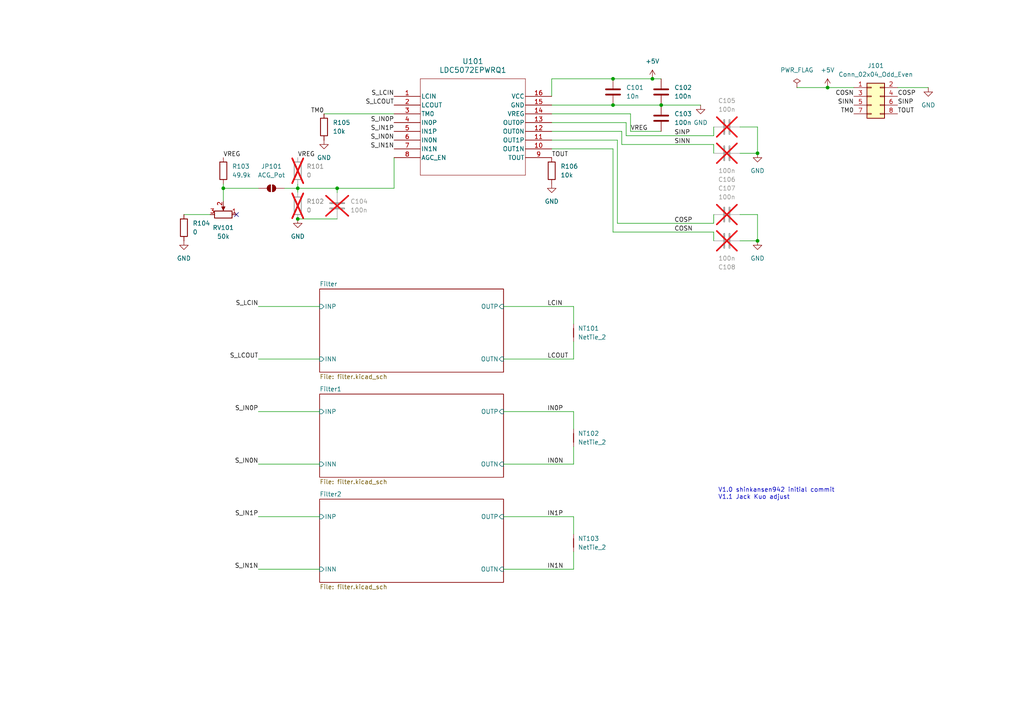
<source format=kicad_sch>
(kicad_sch (version 20250114) (generator "eeschema") (generator_version "9.0")
  (paper "A4")
  (title_block (title "MOT_EncoderStator") (date "2025-08-01") (rev "1.1") (company "NTURacing") (comment 1 "shinkansen942") (comment 2 "Jack Kuo"))
  (lib_symbols
    (symbol "Connector_Generic:Conn_02x04_Odd_Even" (pin_names (offset 1.016) (hide yes))
      (property "Reference" "J" (at 1.27 5.08 0))
      (property "Value" "Conn_02x04_Odd_Even" (at 1.27 -7.62 0))
      (symbol "Conn_02x04_Odd_Even_1_1"
        (rectangle (start -1.27 3.81) (end 3.81 -6.35) (stroke (width 0.254)) (fill (type background)))
        (rectangle (start -1.27 2.667) (end 0 2.413) (stroke (width 0.1524)))
        (rectangle (start -1.27 0.127) (end 0 -0.127) (stroke (width 0.1524)))
        (rectangle (start -1.27 -2.413) (end 0 -2.667) (stroke (width 0.1524)))
        (rectangle (start -1.27 -4.953) (end 0 -5.207) (stroke (width 0.1524)))
        (rectangle (start 3.81 2.667) (end 2.54 2.413) (stroke (width 0.1524)))
        (rectangle (start 3.81 0.127) (end 2.54 -0.127) (stroke (width 0.1524)))
        (rectangle (start 3.81 -2.413) (end 2.54 -2.667) (stroke (width 0.1524)))
        (rectangle (start 3.81 -4.953) (end 2.54 -5.207) (stroke (width 0.1524)))
        (pin passive line (at -5.08 2.54 0) (length 3.81) (name "Pin_1") (number "1"))
        (pin passive line (at -5.08 0 0) (length 3.81) (name "Pin_3") (number "3"))
        (pin passive line (at -5.08 -2.54 0) (length 3.81) (name "Pin_5") (number "5"))
        (pin passive line (at -5.08 -5.08 0) (length 3.81) (name "Pin_7") (number "7"))
        (pin passive line (at 7.62 2.54 180) (length 3.81) (name "Pin_2") (number "2"))
        (pin passive line (at 7.62 0 180) (length 3.81) (name "Pin_4") (number "4"))
        (pin passive line (at 7.62 -2.54 180) (length 3.81) (name "Pin_6") (number "6"))
        (pin passive line (at 7.62 -5.08 180) (length 3.81) (name "Pin_8") (number "8"))
      )
    )
    (symbol "Device:C" (pin_numbers (hide yes)) (pin_names (offset 0.254))
      (property "Reference" "C" (at 0.635 2.54 0))
      (property "Value" "C" (at 0.635 -2.54 0))
      (symbol "C_0_1"
        (polyline (pts (xy -2.032 0.762) (xy 2.032 0.762)) (stroke (width 0.508)))
        (polyline (pts (xy -2.032 -0.762) (xy 2.032 -0.762)) (stroke (width 0.508)))
      )
      (symbol "C_1_1"
        (pin passive line (at 0 3.81 270) (length 2.794) (name "~") (number "1"))
        (pin passive line (at 0 -3.81 90) (length 2.794) (name "~") (number "2"))
      )
    )
    (symbol "Device:NetTie_2" (pin_numbers (hide yes)) (pin_names (offset 0) (hide yes)) (in_bom no)
      (property "Reference" "NT" (at 0 1.27 0))
      (property "Value" "NetTie_2" (at 0 -1.27 0))
      (symbol "NetTie_2_0_1"
        (polyline (pts (xy -1.27 0) (xy 1.27 0)) (stroke (width 0.254)))
      )
      (symbol "NetTie_2_1_1"
        (pin passive line (at -2.54 0 0) (length 2.54) (name "1") (number "1"))
        (pin passive line (at 2.54 0 180) (length 2.54) (name "2") (number "2"))
      )
    )
    (symbol "Device:R" (pin_numbers (hide yes)) (pin_names (offset 0))
      (property "Reference" "R" (at 2.032 0 90))
      (property "Value" "R" (at 0 0 90))
      (symbol "R_0_1"
        (rectangle (start -1.016 -2.54) (end 1.016 2.54) (stroke (width 0.254)))
      )
      (symbol "R_1_1"
        (pin passive line (at 0 3.81 270) (length 1.27) (name "~") (number "1"))
        (pin passive line (at 0 -3.81 90) (length 1.27) (name "~") (number "2"))
      )
    )
    (symbol "Device:R_Potentiometer" (pin_names (offset 1.016) (hide yes))
      (property "Reference" "RV" (at -4.445 0 90))
      (property "Value" "R_Potentiometer" (at -2.54 0 90))
      (symbol "R_Potentiometer_0_1"
        (rectangle (start 1.016 2.54) (end -1.016 -2.54) (stroke (width 0.254)))
        (polyline (pts (xy 1.143 0) (xy 2.286 0.508) (xy 2.286 -0.508) (xy 1.143 0)) (fill (type outline)))
        (polyline (pts (xy 2.54 0) (xy 1.524 0)))
      )
      (symbol "R_Potentiometer_1_1"
        (pin passive line (at 0 3.81 270) (length 1.27) (name "1") (number "1"))
        (pin passive line (at 0 -3.81 90) (length 1.27) (name "3") (number "3"))
        (pin passive line (at 3.81 0 180) (length 1.27) (name "2") (number "2"))
      )
    )
    (symbol "Jumper:SolderJumper_2_Open" (pin_numbers (hide yes)) (pin_names (offset 0) (hide yes)) (in_bom no)
      (property "Reference" "JP" (at 0 2.032 0))
      (property "Value" "SolderJumper_2_Open" (at 0 -2.54 0))
      (symbol "SolderJumper_2_Open_0_1"
        (polyline (pts (xy -0.254 1.016) (xy -0.254 -1.016)))
        (arc (start -0.254 -1.016) (mid -1.2656 0) (end -0.254 1.016))
        (arc (start -0.254 -1.016) (mid -1.2656 0) (end -0.254 1.016) (fill (type outline)))
        (arc (start 0.254 1.016) (mid 1.2656 0) (end 0.254 -1.016))
        (arc (start 0.254 1.016) (mid 1.2656 0) (end 0.254 -1.016) (fill (type outline)))
        (polyline (pts (xy 0.254 1.016) (xy 0.254 -1.016)))
      )
      (symbol "SolderJumper_2_Open_1_1"
        (pin passive line (at -3.81 0 0) (length 2.54) (name "A") (number "1"))
        (pin passive line (at 3.81 0 180) (length 2.54) (name "B") (number "2"))
      )
    )
    (symbol "Snapeda:LDC5072EPWRQ1" (pin_names (offset 0.254))
      (property "Reference" "U" (at 22.86 10.16 0))
      (property "Value" "LDC5072EPWRQ1" (at 22.86 7.62 0))
      (symbol "LDC5072EPWRQ1_0_1"
        (polyline (pts (xy 7.62 5.08) (xy 7.62 -22.86)) (stroke (width 0.127)))
        (polyline (pts (xy 7.62 -22.86) (xy 38.1 -22.86)) (stroke (width 0.127)))
        (polyline (pts (xy 38.1 5.08) (xy 7.62 5.08)) (stroke (width 0.127)))
        (polyline (pts (xy 38.1 -22.86) (xy 38.1 5.08)) (stroke (width 0.127)))
        (pin bidirectional line (at 0 0 0) (length 7.62) (name "LCIN") (number "1"))
        (pin bidirectional line (at 0 -2.54 0) (length 7.62) (name "LCOUT") (number "2"))
        (pin bidirectional line (at 0 -5.08 0) (length 7.62) (name "TM0") (number "3"))
        (pin input line (at 0 -7.62 0) (length 7.62) (name "IN0P") (number "4"))
        (pin input line (at 0 -10.16 0) (length 7.62) (name "IN1P") (number "5"))
        (pin input line (at 0 -12.7 0) (length 7.62) (name "IN0N") (number "6"))
        (pin input line (at 0 -15.24 0) (length 7.62) (name "IN1N") (number "7"))
        (pin input line (at 0 -17.78 0) (length 7.62) (name "AGC_EN") (number "8"))
        (pin power_in line (at 45.72 0 180) (length 7.62) (name "VCC") (number "16"))
        (pin power_out line (at 45.72 -2.54 180) (length 7.62) (name "GND") (number "15"))
        (pin bidirectional line (at 45.72 -5.08 180) (length 7.62) (name "VREG") (number "14"))
        (pin output line (at 45.72 -7.62 180) (length 7.62) (name "OUT0P") (number "13"))
        (pin output line (at 45.72 -10.16 180) (length 7.62) (name "OUT0N") (number "12"))
        (pin output line (at 45.72 -12.7 180) (length 7.62) (name "OUT1P") (number "11"))
        (pin output line (at 45.72 -15.24 180) (length 7.62) (name "OUT1N") (number "10"))
        (pin bidirectional line (at 45.72 -17.78 180) (length 7.62) (name "TOUT") (number "9"))
      )
    )
    (symbol "power:+5V" (power) (pin_numbers (hide yes)) (pin_names (offset 0) (hide yes))
      (property "Value" "+5V" (at 0 3.556 0))
      (symbol "+5V_0_1"
        (polyline (pts (xy -0.762 1.27) (xy 0 2.54)))
        (polyline (pts (xy 0 2.54) (xy 0.762 1.27)))
        (polyline (pts (xy 0 0) (xy 0 2.54)))
      )
      (symbol "+5V_1_1"
        (pin power_in line (at 0 0 90) (length 0) (name "~") (number "1"))
      )
    )
    (symbol "power:GND" (power) (pin_numbers (hide yes)) (pin_names (offset 0) (hide yes))
      (property "Value" "GND" (at 0 -3.81 0))
      (symbol "GND_0_1"
        (polyline (pts (xy 0 0) (xy 0 -1.27) (xy 1.27 -1.27) (xy 0 -2.54) (xy -1.27 -1.27) (xy 0 -1.27)))
      )
      (symbol "GND_1_1"
        (pin power_in line (at 0 0 270) (length 0) (name "~") (number "1"))
      )
    )
    (symbol "power:PWR_FLAG" (power) (pin_numbers (hide yes)) (pin_names (offset 0) (hide yes))
      (property "Value" "PWR_FLAG" (at 0 3.81 0))
      (symbol "PWR_FLAG_0_0"
        (pin power_out line (at 0 0 90) (length 0) (name "~") (number "1"))
      )
      (symbol "PWR_FLAG_0_1"
        (polyline (pts (xy 0 0) (xy 0 1.27) (xy -1.016 1.905) (xy 0 2.54) (xy 1.016 1.905) (xy 0 1.27)))
      )
    )
  )
  (text "V1.0 shinkansen942 initial commit\nV1.1 Jack Kuo adjust" (at 208.28 141.478 0) (effects (font (size 1.27 1.27)) (justify left top)))
  (junction (at 177.8 30.48))
  (junction (at 97.79 54.61))
  (junction (at 64.77 54.61))
  (junction (at 177.8 22.86))
  (junction (at 240.03 25.4))
  (junction (at 189.23 22.86))
  (junction (at 86.36 54.61))
  (junction (at 219.71 69.85))
  (junction (at 219.71 44.45))
  (junction (at 191.77 30.48))
  (junction (at 86.36 63.5))
  (no_connect (at 68.58 62.23))
  (wire (pts (xy 214.63 62.23) (xy 219.71 62.23)))
  (wire (pts (xy 160.02 35.56) (xy 181.61 35.56)))
  (wire (pts (xy 179.07 40.64) (xy 179.07 64.77)))
  (wire (pts (xy 219.71 62.23) (xy 219.71 69.85)))
  (wire (pts (xy 166.37 93.98) (xy 166.37 88.9)))
  (wire (pts (xy 160.02 38.1) (xy 180.34 38.1)))
  (wire (pts (xy 64.77 54.61) (xy 64.77 58.42)))
  (wire (pts (xy 177.8 30.48) (xy 191.77 30.48)))
  (wire (pts (xy 146.05 88.9) (xy 166.37 88.9)))
  (wire (pts (xy 74.93 104.14) (xy 92.71 104.14)))
  (wire (pts (xy 74.93 88.9) (xy 92.71 88.9)))
  (wire (pts (xy 182.88 38.1) (xy 191.77 38.1)))
  (wire (pts (xy 160.02 30.48) (xy 177.8 30.48)))
  (wire (pts (xy 74.93 119.38) (xy 92.71 119.38)))
  (wire (pts (xy 86.36 54.61) (xy 86.36 55.88)))
  (wire (pts (xy 181.61 39.37) (xy 207.01 39.37)))
  (wire (pts (xy 53.34 62.23) (xy 60.96 62.23)))
  (wire (pts (xy 166.37 124.46) (xy 166.37 119.38)))
  (wire (pts (xy 214.63 36.83) (xy 219.71 36.83)))
  (wire (pts (xy 74.93 165.1) (xy 92.71 165.1)))
  (wire (pts (xy 166.37 99.06) (xy 166.37 104.14)))
  (wire (pts (xy 146.05 119.38) (xy 166.37 119.38)))
  (wire (pts (xy 231.14 25.4) (xy 240.03 25.4)))
  (wire (pts (xy 214.63 69.85) (xy 219.71 69.85)))
  (wire (pts (xy 166.37 160.02) (xy 166.37 165.1)))
  (wire (pts (xy 207.01 62.23) (xy 207.01 64.77)))
  (wire (pts (xy 166.37 154.94) (xy 166.37 149.86)))
  (wire (pts (xy 166.37 129.54) (xy 166.37 134.62)))
  (wire (pts (xy 180.34 38.1) (xy 180.34 41.91)))
  (wire (pts (xy 177.8 67.31) (xy 207.01 67.31)))
  (wire (pts (xy 177.8 22.86) (xy 189.23 22.86)))
  (wire (pts (xy 207.01 67.31) (xy 207.01 69.85)))
  (wire (pts (xy 191.77 30.48) (xy 203.2 30.48)))
  (wire (pts (xy 160.02 27.94) (xy 160.02 22.86)))
  (wire (pts (xy 146.05 149.86) (xy 166.37 149.86)))
  (wire (pts (xy 181.61 35.56) (xy 181.61 39.37)))
  (wire (pts (xy 160.02 43.18) (xy 177.8 43.18)))
  (wire (pts (xy 240.03 25.4) (xy 247.65 25.4)))
  (wire (pts (xy 97.79 54.61) (xy 97.79 55.88)))
  (wire (pts (xy 179.07 64.77) (xy 207.01 64.77)))
  (wire (pts (xy 86.36 54.61) (xy 97.79 54.61)))
  (wire (pts (xy 86.36 63.5) (xy 97.79 63.5)))
  (wire (pts (xy 182.88 33.02) (xy 182.88 38.1)))
  (wire (pts (xy 74.93 134.62) (xy 92.71 134.62)))
  (wire (pts (xy 146.05 104.14) (xy 166.37 104.14)))
  (wire (pts (xy 74.93 149.86) (xy 92.71 149.86)))
  (wire (pts (xy 86.36 53.34) (xy 86.36 54.61)))
  (wire (pts (xy 260.35 25.4) (xy 269.24 25.4)))
  (wire (pts (xy 82.55 54.61) (xy 86.36 54.61)))
  (wire (pts (xy 146.05 134.62) (xy 166.37 134.62)))
  (wire (pts (xy 146.05 165.1) (xy 166.37 165.1)))
  (wire (pts (xy 207.01 36.83) (xy 207.01 39.37)))
  (wire (pts (xy 177.8 43.18) (xy 177.8 67.31)))
  (wire (pts (xy 180.34 41.91) (xy 207.01 41.91)))
  (wire (pts (xy 64.77 54.61) (xy 74.93 54.61)))
  (wire (pts (xy 219.71 36.83) (xy 219.71 44.45)))
  (wire (pts (xy 160.02 33.02) (xy 182.88 33.02)))
  (wire (pts (xy 64.77 53.34) (xy 64.77 54.61)))
  (wire (pts (xy 214.63 44.45) (xy 219.71 44.45)))
  (wire (pts (xy 97.79 54.61) (xy 114.3 54.61)))
  (wire (pts (xy 160.02 22.86) (xy 177.8 22.86)))
  (wire (pts (xy 93.98 33.02) (xy 114.3 33.02)))
  (wire (pts (xy 189.23 22.86) (xy 191.77 22.86)))
  (wire (pts (xy 160.02 40.64) (xy 179.07 40.64)))
  (wire (pts (xy 114.3 54.61) (xy 114.3 45.72)))
  (wire (pts (xy 207.01 41.91) (xy 207.01 44.45)))
  (label "SINN" (at 195.58 41.91 0))
  (label "S_IN0P" (at 74.93 119.38 180))
  (label "IN1P" (at 158.75 149.86 0))
  (label "S_LCIN" (at 74.93 88.9 180))
  (label "S_IN1P" (at 74.93 149.86 180))
  (label "COSN" (at 247.65 27.94 180))
  (label "VREG" (at 64.77 45.72 0))
  (label "COSP" (at 195.58 64.77 0))
  (label "LCIN" (at 158.75 88.9 0))
  (label "S_IN1P" (at 114.3 38.1 180))
  (label "TM0" (at 247.65 33.02 180))
  (label "SINP" (at 195.58 39.37 0))
  (label "IN1N" (at 158.75 165.1 0))
  (label "S_IN1N" (at 114.3 43.18 180))
  (label "SINN" (at 247.65 30.48 180))
  (label "TOUT" (at 160.02 45.72 0))
  (label "S_LCIN" (at 114.3 27.94 180))
  (label "S_IN0P" (at 114.3 35.56 180))
  (label "SINP" (at 260.35 30.48 0))
  (label "COSN" (at 195.58 67.31 0))
  (label "TOUT" (at 260.35 33.02 0))
  (label "TM0" (at 93.98 33.02 180))
  (label "S_LCOUT" (at 74.93 104.14 180))
  (label "COSP" (at 260.35 27.94 0))
  (label "S_IN0N" (at 74.93 134.62 180))
  (label "IN0P" (at 158.75 119.38 0))
  (label "S_IN0N" (at 114.3 40.64 180))
  (label "S_IN1N" (at 74.93 165.1 180))
  (label "IN0N" (at 158.75 134.62 0))
  (label "VREG" (at 182.88 38.1 0))
  (label "LCOUT" (at 158.75 104.14 0))
  (label "S_LCOUT" (at 114.3 30.48 180))
  (label "VREG" (at 86.36 45.72 0))
  (symbol (lib_id "Device:R") (at 86.36 49.53 0) (unit 1) (dnp yes)
    (property "Reference" "R101" (at 88.9 48.2599 0) (effects (justify left)))
    (property "Value" "0" (at 88.9 50.7999 0) (effects (justify left)))
    (property "Footprint" "Resistor_SMD:R_0603_1608Metric" (effects (hide yes)))
    (property "Description" "Resistor" (effects (hide yes)))
  )
  (symbol (lib_id "power:GND") (at 269.24 25.4 0) (unit 1)
    (property "Reference" "#PWR0110" (effects (hide yes)))
    (property "Value" "GND" (at 269.24 30.48 0))
    (property "Description" "Power symbol creates a global label with name \"GND\" , ground" (effects (hide yes)))
  )
  (symbol (lib_id "Device:C") (at 177.8 26.67 0) (unit 1)
    (property "Reference" "C101" (at 181.61 25.3999 0) (effects (justify left)))
    (property "Value" "10n" (at 181.61 27.9399 0) (effects (justify left)))
    (property "Footprint" "Capacitor_SMD:C_0402_1005Metric" (effects (hide yes)))
    (property "Description" "Unpolarized capacitor" (effects (hide yes)))
  )
  (symbol (lib_id "Device:C") (at 210.82 44.45 270) (unit 1) (dnp yes)
    (property "Reference" "C106" (at 210.82 52.07 90))
    (property "Value" "100n" (at 210.82 49.53 90))
    (property "Footprint" "Capacitor_SMD:C_0402_1005Metric" (effects (hide yes)))
    (property "Description" "Unpolarized capacitor" (effects (hide yes)))
  )
  (symbol (lib_id "Connector_Generic:Conn_02x04_Odd_Even") (at 252.73 27.94 0) (unit 1)
    (property "Reference" "J101" (at 254 19.05 0))
    (property "Value" "Conn_02x04_Odd_Even" (at 254 21.59 0))
    (property "Footprint" "Connector_PinHeader_2.54mm:PinHeader_2x04_P2.54mm_Vertical_SMD" (effects (hide yes)))
    (property "Description" "Generic connector, double row, 02x04, odd/even pin numbering scheme (row 1 odd numbers, row 2 even numbers), script generated (kicad-library-utils/schlib/autogen/connector/)" (effects (hide yes)))
  )
  (symbol (lib_id "Device:NetTie_2") (at 166.37 127 90) (unit 1) (in_bom no)
    (property "Reference" "NT102" (at 167.64 125.7299 90) (effects (justify right)))
    (property "Value" "NetTie_2" (at 167.64 128.2699 90) (effects (justify right)))
    (property "Footprint" "NetTie:NetTie-2_SMD_Pad0.5mm" (effects (hide yes)))
    (property "Description" "Net tie, 2 pins" (effects (hide yes)))
  )
  (symbol (lib_id "Device:R") (at 53.34 66.04 0) (unit 1)
    (property "Reference" "R104" (at 55.88 64.7699 0) (effects (justify left)))
    (property "Value" "0" (at 55.88 67.3099 0) (effects (justify left)))
    (property "Footprint" "Resistor_SMD:R_0402_1005Metric" (effects (hide yes)))
    (property "Description" "Resistor" (effects (hide yes)))
  )
  (symbol (lib_id "Device:NetTie_2") (at 166.37 157.48 90) (unit 1) (in_bom no)
    (property "Reference" "NT103" (at 167.64 156.2099 90) (effects (justify right)))
    (property "Value" "NetTie_2" (at 167.64 158.7499 90) (effects (justify right)))
    (property "Footprint" "NetTie:NetTie-2_SMD_Pad0.5mm" (effects (hide yes)))
    (property "Description" "Net tie, 2 pins" (effects (hide yes)))
  )
  (symbol (lib_id "Device:C") (at 191.77 26.67 0) (unit 1)
    (property "Reference" "C102" (at 195.58 25.3999 0) (effects (justify left)))
    (property "Value" "100n" (at 195.58 27.9399 0) (effects (justify left)))
    (property "Footprint" "Capacitor_SMD:C_0402_1005Metric" (effects (hide yes)))
    (property "Description" "Unpolarized capacitor" (effects (hide yes)))
  )
  (symbol (lib_id "Jumper:SolderJumper_2_Open") (at 78.74 54.61 0) (unit 1) (in_bom no)
    (property "Reference" "JP101" (at 78.74 48.26 0))
    (property "Value" "ACG_Pot" (at 78.74 50.8 0))
    (property "Footprint" "Jumper:SolderJumper-2_P1.3mm_Open_RoundedPad1.0x1.5mm" (effects (hide yes)))
    (property "Description" "Solder Jumper, 2-pole, open" (effects (hide yes)))
  )
  (symbol (lib_id "power:GND") (at 93.98 40.64 0) (unit 1)
    (property "Reference" "#PWR0104" (effects (hide yes)))
    (property "Value" "GND" (at 93.98 45.72 0))
    (property "Description" "Power symbol creates a global label with name \"GND\" , ground" (effects (hide yes)))
  )
  (symbol (lib_id "Device:C") (at 210.82 69.85 270) (unit 1) (dnp yes)
    (property "Reference" "C108" (at 210.82 77.47 90))
    (property "Value" "100n" (at 210.82 74.93 90))
    (property "Footprint" "Capacitor_SMD:C_0402_1005Metric" (effects (hide yes)))
    (property "Description" "Unpolarized capacitor" (effects (hide yes)))
  )
  (symbol (lib_id "power:GND") (at 160.02 53.34 0) (unit 1)
    (property "Reference" "#PWR0105" (effects (hide yes)))
    (property "Value" "GND" (at 160.02 58.42 0))
    (property "Description" "Power symbol creates a global label with name \"GND\" , ground" (effects (hide yes)))
  )
  (symbol (lib_id "Device:C") (at 191.77 34.29 0) (unit 1)
    (property "Reference" "C103" (at 195.58 33.0199 0) (effects (justify left)))
    (property "Value" "100n" (at 195.58 35.5599 0) (effects (justify left)))
    (property "Footprint" "Capacitor_SMD:C_0402_1005Metric" (effects (hide yes)))
    (property "Description" "Unpolarized capacitor" (effects (hide yes)))
  )
  (symbol (lib_id "Device:NetTie_2") (at 166.37 96.52 90) (unit 1) (in_bom no)
    (property "Reference" "NT101" (at 167.64 95.2499 90) (effects (justify right)))
    (property "Value" "NetTie_2" (at 167.64 97.7899 90) (effects (justify right)))
    (property "Footprint" "NetTie:NetTie-2_SMD_Pad0.5mm" (effects (hide yes)))
    (property "Description" "Net tie, 2 pins" (effects (hide yes)))
  )
  (symbol (lib_id "Device:R") (at 86.36 59.69 0) (unit 1) (dnp yes)
    (property "Reference" "R102" (at 88.9 58.4199 0) (effects (justify left)))
    (property "Value" "0" (at 88.9 60.9599 0) (effects (justify left)))
    (property "Footprint" "Resistor_SMD:R_0603_1608Metric" (effects (hide yes)))
    (property "Description" "Resistor" (effects (hide yes)))
  )
  (symbol (lib_id "Device:R_Potentiometer") (at 64.77 62.23 270) (mirror x) (unit 1)
    (property "Reference" "RV101" (at 64.77 66.04 90))
    (property "Value" "50k" (at 64.77 68.58 90))
    (property "Footprint" "Potentiometer_SMD:Potentiometer_Bourns_3224W_Vertical" (effects (hide yes)))
    (property "Description" "Potentiometer" (effects (hide yes)))
  )
  (symbol (lib_id "Device:R") (at 93.98 36.83 0) (unit 1)
    (property "Reference" "R105" (at 96.52 35.5599 0) (effects (justify left)))
    (property "Value" "10k" (at 96.52 38.0999 0) (effects (justify left)))
    (property "Footprint" "Resistor_SMD:R_0402_1005Metric" (effects (hide yes)))
    (property "Description" "Resistor" (effects (hide yes)))
  )
  (symbol (lib_id "Snapeda:LDC5072EPWRQ1") (at 114.3 27.94 0) (unit 1)
    (property "Reference" "U101" (at 137.16 17.78 0) (effects (font (size 1.524 1.524))))
    (property "Value" "LDC5072EPWRQ1" (at 137.16 20.32 0) (effects (font (size 1.524 1.524))))
    (property "Footprint" "Snapeda:TSSOP16-PW_TEX" (effects (hide yes)))
    (property "Datasheet" "https://www.ti.com/lit/gpn/ldc5072-q1" (effects (hide yes)))
  )
  (symbol (lib_id "power:GND") (at 86.36 63.5 0) (unit 1)
    (property "Reference" "#PWR0102" (effects (hide yes)))
    (property "Value" "GND" (at 86.36 68.58 0))
    (property "Description" "Power symbol creates a global label with name \"GND\" , ground" (effects (hide yes)))
  )
  (symbol (lib_id "power:GND") (at 219.71 44.45 0) (unit 1)
    (property "Reference" "#PWR0106" (effects (hide yes)))
    (property "Value" "GND" (at 219.71 49.53 0))
    (property "Description" "Power symbol creates a global label with name \"GND\" , ground" (effects (hide yes)))
  )
  (symbol (lib_id "power:+5V") (at 240.03 25.4 0) (unit 1)
    (property "Reference" "#PWR0109" (effects (hide yes)))
    (property "Value" "+5V" (at 240.03 20.32 0))
    (property "Description" "Power symbol creates a global label with name \"+5V\"" (effects (hide yes)))
  )
  (symbol (lib_id "power:+5V") (at 189.23 22.86 0) (unit 1)
    (property "Reference" "#PWR0108" (effects (hide yes)))
    (property "Value" "+5V" (at 189.23 17.78 0))
    (property "Description" "Power symbol creates a global label with name \"+5V\"" (effects (hide yes)))
  )
  (symbol (lib_id "Device:R") (at 160.02 49.53 0) (unit 1)
    (property "Reference" "R106" (at 162.56 48.2599 0) (effects (justify left)))
    (property "Value" "10k" (at 162.56 50.7999 0) (effects (justify left)))
    (property "Footprint" "Resistor_SMD:R_0402_1005Metric" (effects (hide yes)))
    (property "Description" "Resistor" (effects (hide yes)))
  )
  (symbol (lib_id "Device:C") (at 210.82 36.83 90) (unit 1) (dnp yes)
    (property "Reference" "C105" (at 210.82 29.21 90))
    (property "Value" "100n" (at 210.82 31.75 90))
    (property "Footprint" "Capacitor_SMD:C_0402_1005Metric" (effects (hide yes)))
    (property "Description" "Unpolarized capacitor" (effects (hide yes)))
  )
  (symbol (lib_id "Device:R") (at 64.77 49.53 0) (unit 1)
    (property "Reference" "R103" (at 67.31 48.2599 0) (effects (justify left)))
    (property "Value" "49.9k" (at 67.31 50.7999 0) (effects (justify left)))
    (property "Footprint" "Resistor_SMD:R_0402_1005Metric" (effects (hide yes)))
    (property "Description" "Resistor" (effects (hide yes)))
  )
  (symbol (lib_id "power:GND") (at 219.71 69.85 0) (unit 1)
    (property "Reference" "#PWR0107" (effects (hide yes)))
    (property "Value" "GND" (at 219.71 74.93 0))
    (property "Description" "Power symbol creates a global label with name \"GND\" , ground" (effects (hide yes)))
  )
  (symbol (lib_id "power:GND") (at 203.2 30.48 0) (unit 1)
    (property "Reference" "#PWR0101" (effects (hide yes)))
    (property "Value" "GND" (at 203.2 35.56 0))
    (property "Description" "Power symbol creates a global label with name \"GND\" , ground" (effects (hide yes)))
  )
  (symbol (lib_id "Device:C") (at 97.79 59.69 0) (unit 1) (dnp yes)
    (property "Reference" "C104" (at 101.6 58.4199 0) (effects (justify left)))
    (property "Value" "100n" (at 101.6 60.9599 0) (effects (justify left)))
    (property "Footprint" "Capacitor_SMD:C_0402_1005Metric" (effects (hide yes)))
    (property "Description" "Unpolarized capacitor" (effects (hide yes)))
  )
  (symbol (lib_id "power:GND") (at 53.34 69.85 0) (unit 1)
    (property "Reference" "#PWR0103" (effects (hide yes)))
    (property "Value" "GND" (at 53.34 74.93 0))
    (property "Description" "Power symbol creates a global label with name \"GND\" , ground" (effects (hide yes)))
  )
  (symbol (lib_id "power:PWR_FLAG") (at 231.14 25.4 0) (unit 1)
    (property "Reference" "#FLG01" (effects (hide yes)))
    (property "Value" "PWR_FLAG" (at 231.14 20.32 0))
    (property "Description" "Special symbol for telling ERC where power comes from" (effects (hide yes)))
  )
  (symbol (lib_id "Device:C") (at 210.82 62.23 90) (unit 1) (dnp yes)
    (property "Reference" "C107" (at 210.82 54.61 90))
    (property "Value" "100n" (at 210.82 57.15 90))
    (property "Footprint" "Capacitor_SMD:C_0402_1005Metric" (effects (hide yes)))
    (property "Description" "Unpolarized capacitor" (effects (hide yes)))
  )
  (sheet (at 92.71 144.78) (size 53.34 24.13) (stroke (width 0.1524))
    (property "Sheetname" "Filter2" (at 92.71 144.0684 0) (effects (justify left bottom)))
    (property "Sheetfile" "filter.kicad_sch" (at 92.71 169.4946 0) (effects (justify left top)))
    (pin "OUTN" input (at 146.05 165.1 0))
    (pin "INN" input (at 92.71 165.1 180))
    (pin "INP" input (at 92.71 149.86 180))
    (pin "OUTP" input (at 146.05 149.86 0))
  )
  (sheet (at 92.71 83.82) (size 53.34 24.13) (stroke (width 0.1524))
    (property "Sheetname" "Filter" (at 92.71 83.1084 0) (effects (justify left bottom)))
    (property "Sheetfile" "filter.kicad_sch" (at 92.71 108.5346 0) (effects (justify left top)))
    (pin "OUTN" input (at 146.05 104.14 0))
    (pin "INN" input (at 92.71 104.14 180))
    (pin "INP" input (at 92.71 88.9 180))
    (pin "OUTP" input (at 146.05 88.9 0))
  )
  (sheet (at 92.71 114.3) (size 53.34 24.13) (stroke (width 0.1524))
    (property "Sheetname" "Filter1" (at 92.71 113.5884 0) (effects (justify left bottom)))
    (property "Sheetfile" "filter.kicad_sch" (at 92.71 139.0146 0) (effects (justify left top)))
    (pin "OUTN" input (at 146.05 134.62 0))
    (pin "INN" input (at 92.71 134.62 180))
    (pin "INP" input (at 92.71 119.38 180))
    (pin "OUTP" input (at 146.05 119.38 0))
  )
)
</source>
